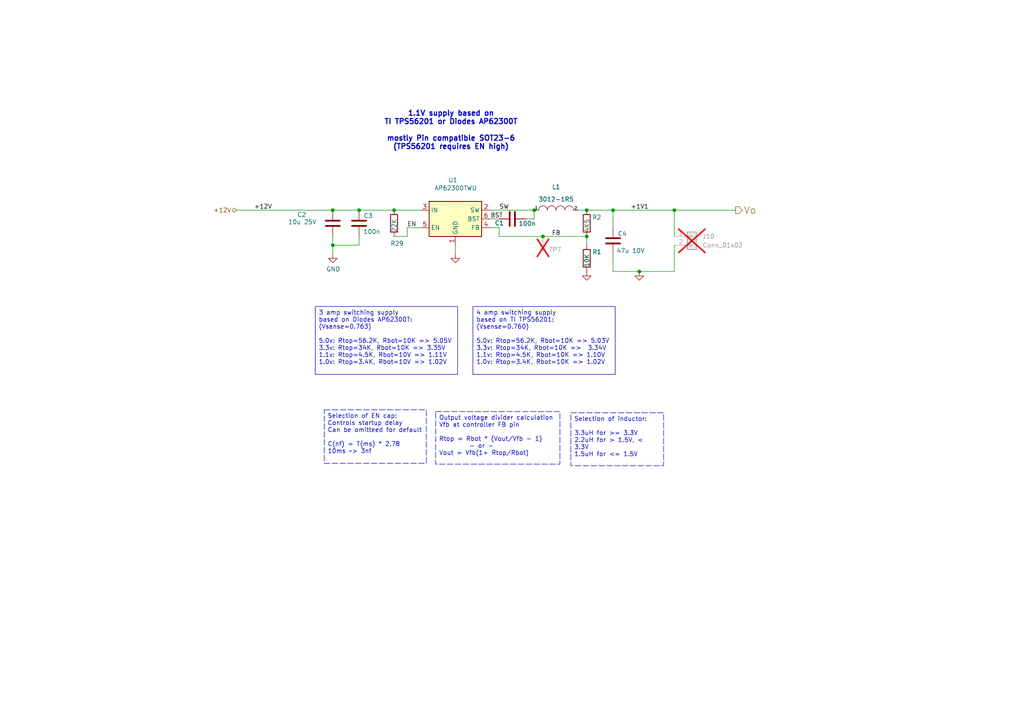
<source format=kicad_sch>
(kicad_sch (version 20231120) (generator "eeschema") (generator_version "8.0")
  (paper "A4")
  (title_block (title "Hexa-Pi") (date "2024-01/02") (rev "1.0") (company "Coxyz") (comment 1 "fjc"))
  (lib_symbols
    (symbol "Connector:TestPoint" (pin_numbers hide) (pin_names (offset 0.762) hide)
      (property "Reference" "TP" (at 0 6.858 0))
      (property "Value" "TestPoint" (at 0 5.08 0))
      (symbol "TestPoint_0_1"
        (circle (center 0 3.302) (radius 0.762))
      )
      (symbol "TestPoint_1_1"
        (pin passive line (at 0 0 90) (length 2.54) (name "1") (number "1"))
      )
    )
    (symbol "Connector_Generic:Conn_01x02" (pin_names (offset 1.016) hide)
      (property "Reference" "J" (at 0 2.54 0))
      (property "Value" "Conn_01x02" (at 0 -5.08 0))
      (symbol "Conn_01x02_1_1"
        (rectangle (start -1.27 -2.413) (end 0 -2.667) (stroke (width 0.1524)))
        (rectangle (start -1.27 0.127) (end 0 -0.127) (stroke (width 0.1524)))
        (rectangle (start -1.27 1.27) (end 1.27 -3.81) (stroke (width 0.254)) (fill (type background)))
        (pin passive line (at -5.08 0 0) (length 3.81) (name "Pin_1") (number "1"))
        (pin passive line (at -5.08 -2.54 0) (length 3.81) (name "Pin_2") (number "2"))
      )
    )
    (symbol "Device:C" (pin_numbers hide) (pin_names (offset 0.254))
      (property "Reference" "C" (at 0.635 2.54 0))
      (property "Value" "C" (at 0.635 -2.54 0))
      (symbol "C_0_1"
        (polyline (pts (xy -2.032 -0.762) (xy 2.032 -0.762)) (stroke (width 0.508)))
        (polyline (pts (xy -2.032 0.762) (xy 2.032 0.762)) (stroke (width 0.508)))
      )
      (symbol "C_1_1"
        (pin passive line (at 0 3.81 270) (length 2.794) (name "~") (number "1"))
        (pin passive line (at 0 -3.81 90) (length 2.794) (name "~") (number "2"))
      )
    )
    (symbol "Device:R" (pin_numbers hide) (pin_names (offset 0))
      (property "Reference" "R" (at 2.032 0 90))
      (property "Value" "R" (at 0 0 90))
      (symbol "R_0_1"
        (rectangle (start -1.016 -2.54) (end 1.016 2.54) (stroke (width 0.254)))
      )
      (symbol "R_1_1"
        (pin passive line (at 0 3.81 270) (length 1.27) (name "~") (number "1"))
        (pin passive line (at 0 -3.81 90) (length 1.27) (name "~") (number "2"))
      )
    )
    (symbol "GND_1" (power) (pin_names (offset 0))
      (property "Value" "GND_1" (at 0 -3.81 0))
      (symbol "GND_1_0_1"
        (polyline (pts (xy 0 0) (xy 0 -1.27) (xy 1.27 -1.27) (xy 0 -2.54) (xy -1.27 -1.27) (xy 0 -1.27)))
      )
      (symbol "GND_1_1_1"
        (pin power_in line (at 0 0 270) (length 0) hide (name "GND") (number "1"))
      )
    )
    (symbol "GND_2" (power) (pin_names (offset 0))
      (property "Value" "GND_2" (at 0 -3.81 0))
      (symbol "GND_2_0_1"
        (polyline (pts (xy 0 0) (xy 0 -1.27) (xy 1.27 -1.27) (xy 0 -2.54) (xy -1.27 -1.27) (xy 0 -1.27)))
      )
      (symbol "GND_2_1_1"
        (pin power_in line (at 0 0 270) (length 0) hide (name "GND") (number "1"))
      )
    )
    (symbol "GND_3" (power) (pin_names (offset 0))
      (property "Value" "GND_3" (at 0 -3.81 0))
      (symbol "GND_3_0_1"
        (polyline (pts (xy 0 0) (xy 0 -1.27) (xy 1.27 -1.27) (xy 0 -2.54) (xy -1.27 -1.27) (xy 0 -1.27)))
      )
      (symbol "GND_3_1_1"
        (pin power_in line (at 0 0 270) (length 0) hide (name "GND") (number "1"))
      )
    )
    (symbol "Regulator_Switching:AP62300TWU"
      (property "Reference" "U" (at -7.62 6.35 0))
      (property "Value" "AP62300TWU" (at 2.54 6.35 0))
      (symbol "AP62300TWU_0_1"
        (rectangle (start -7.62 5.08) (end 7.62 -5.08) (stroke (width 0.254)) (fill (type background)))
      )
      (symbol "AP62300TWU_1_1"
        (pin power_in line (at 0 -7.62 90) (length 2.54) (name "GND") (number "1"))
        (pin output line (at 10.16 2.54 180) (length 2.54) (name "SW") (number "2"))
        (pin power_in line (at -10.16 2.54 0) (length 2.54) (name "IN") (number "3"))
        (pin input line (at 10.16 -2.54 180) (length 2.54) (name "FB") (number "4"))
        (pin input line (at -10.16 -2.54 0) (length 2.54) (name "EN") (number "5"))
        (pin passive line (at 10.16 0 180) (length 2.54) (name "BST") (number "6"))
      )
    )
    (symbol "power:GND" (power) (pin_names (offset 0))
      (property "Value" "GND" (at 0 -3.81 0))
      (symbol "GND_0_1"
        (polyline (pts (xy 0 0) (xy 0 -1.27) (xy 1.27 -1.27) (xy 0 -2.54) (xy -1.27 -1.27) (xy 0 -1.27)))
      )
      (symbol "GND_1_1"
        (pin power_in line (at 0 0 270) (length 0) hide (name "GND") (number "1"))
      )
    )
    (symbol "pspice:INDUCTOR" (pin_numbers hide) (pin_names (offset 0))
      (property "Reference" "L" (at 0 2.54 0))
      (property "Value" "INDUCTOR" (at 0 -1.27 0))
      (symbol "INDUCTOR_0_1"
        (arc (start -2.54 0) (mid -3.81 1.2645) (end -5.08 0))
        (arc (start 0 0) (mid -1.27 1.2645) (end -2.54 0))
        (arc (start 2.54 0) (mid 1.27 1.2645) (end 0 0))
        (arc (start 5.08 0) (mid 3.81 1.2645) (end 2.54 0))
      )
      (symbol "INDUCTOR_1_1"
        (pin input line (at -6.35 0 0) (length 1.27) (name "1") (number "1"))
        (pin input line (at 6.35 0 180) (length 1.27) (name "2") (number "2"))
      )
    )
  )
  (junction (at 96.52 60.96))
  (junction (at 177.8 60.96))
  (junction (at 96.52 71.12))
  (junction (at 157.48 68.58))
  (junction (at 170.18 60.96))
  (junction (at 154.94 60.96))
  (junction (at 185.42 78.74))
  (junction (at 114.3 60.96))
  (junction (at 170.18 68.58))
  (junction (at 195.58 60.96))
  (junction (at 104.14 60.96))
  (wire (pts (xy 118.11 68.58) (xy 114.3 68.58)))
  (wire (pts (xy 118.11 66.04) (xy 121.92 66.04)))
  (wire (pts (xy 132.08 73.66) (xy 132.08 71.12)))
  (wire (pts (xy 68.58 60.96) (xy 96.52 60.96)))
  (wire (pts (xy 154.94 60.96) (xy 142.24 60.96)))
  (wire (pts (xy 144.78 68.58) (xy 157.48 68.58)))
  (wire (pts (xy 167.64 60.96) (xy 170.18 60.96)))
  (wire (pts (xy 157.48 68.58) (xy 170.18 68.58)))
  (wire (pts (xy 152.4 63.5) (xy 154.94 63.5)))
  (wire (pts (xy 104.14 71.12) (xy 96.52 71.12)))
  (wire (pts (xy 118.11 66.04) (xy 118.11 68.58)))
  (wire (pts (xy 144.78 63.5) (xy 142.24 63.5)))
  (wire (pts (xy 185.42 78.74) (xy 177.8 78.74)))
  (wire (pts (xy 104.14 60.96) (xy 96.52 60.96)))
  (wire (pts (xy 170.18 60.96) (xy 177.8 60.96)))
  (wire (pts (xy 195.58 68.58) (xy 195.58 60.96)))
  (wire (pts (xy 154.94 63.5) (xy 154.94 60.96)))
  (wire (pts (xy 177.8 78.74) (xy 177.8 73.66)))
  (wire (pts (xy 177.8 60.96) (xy 195.58 60.96)))
  (wire (pts (xy 177.8 60.96) (xy 177.8 66.04)))
  (wire (pts (xy 96.52 68.58) (xy 96.52 71.12)))
  (wire (pts (xy 114.3 60.96) (xy 121.92 60.96)))
  (wire (pts (xy 142.24 66.04) (xy 144.78 66.04)))
  (wire (pts (xy 195.58 71.12) (xy 195.58 78.74)))
  (wire (pts (xy 96.52 71.12) (xy 96.52 73.66)))
  (wire (pts (xy 195.58 60.96) (xy 213.36 60.96)))
  (wire (pts (xy 170.18 68.58) (xy 170.18 71.12)))
  (wire (pts (xy 185.42 78.74) (xy 195.58 78.74)))
  (wire (pts (xy 104.14 68.58) (xy 104.14 71.12)))
  (wire (pts (xy 144.78 66.04) (xy 144.78 68.58)))
  (wire (pts (xy 104.14 60.96) (xy 114.3 60.96)))
  (text_box "3 amp switching supply\nbased on Diodes AP62300T:\n(Vsense=0.763)\n\n5.0v: Rtop=56.2K, Rbot=10K => 5.05V\n3.3v: Rtop=34K, Rbot=10K => 3.35V\n1.1v: Rtop=4.5K, Rbot=10V => 1.11V\n1.0v: Rtop=3.4K, Rbot=10V => 1.02V" (at 91.44 88.9 0) (size 41.275 19.685) (effects (font (size 1.27 1.27)) (justify left top)))
  (text_box "4 amp switching supply\nbased on TI TPS56201:\n(Vsense=0.760)\n\n5.0v: Rtop=56.2K, Rbot=10K => 5.03V\n3.3v: Rtop=34K, Rbot=10K =>  3.34V\n1.1v: Rtop=4.5K, Rbot=10K => 1.10V\n1.0v: Rtop=3.4K, Rbot=10K => 1.02V" (at 137.16 88.9 0) (size 41.275 19.685) (effects (font (size 1.27 1.27)) (justify left top)))
  (text_box "Output voltage divider calculation\nVfb at controller FB pin\n\nRtop = Rbot * (Vout/Vfb - 1)\n         - or -\nVout = Vfb(1+ Rtop/Rbot)" (at 126.365 119.38 0) (size 36.0374 15.24) (stroke (width 0) (type dash)) (effects (font (size 1.27 1.27)) (justify left top)))
  (text_box "Selection of EN cap:\nControls startup delay\nCan be omitteed for default\n\nC(nf) = T(ms) * 2.78\n10ms ~> 3nf" (at 94.047 118.8563 0) (size 29.6225 15.5166) (stroke (width 0) (type dash)) (effects (font (size 1.27 1.27)) (justify left top)))
  (text_box "Selection of inductor:\n\n3.3uH for >= 3.3V\n2.2uH for > 1.5V, < 3.3V \n1.5uH for <= 1.5V" (at 165.5635 119.7319 0) (size 26.9177 15.3468) (stroke (width 0) (type dash)) (effects (font (size 1.27 1.27)) (justify left top)))
  (text "1.1V supply based on\nTI TPS56201 or Diodes AP62300T\n\nmostly Pin compatible SOT23-6\n(TPS56201 requires EN high)" (at 130.81 37.846 0) (effects (font (size 1.5 1.5) (thickness 0.3) (bold yes))))
  (label "FB" (at 160.02 68.58 0))
  (label "SW" (at 144.78 60.96 0))
  (label "EN" (at 118.11 66.04 0))
  (label "+1V1" (at 182.88 60.96 0))
  (label "+12V" (at 73.66 60.96 0))
  (label "BST" (at 142.24 63.5 0))
  (hierarchical_label "+12V" (shape bidirectional) (at 68.58 60.96 180))
  (hierarchical_label "Vo" (shape output) (at 213.36 60.96 0) (effects (font (size 2.007 2.007))))
  (symbol (lib_id "Device:R") (at 114.3 64.77 0) (unit 1)
    (property "Reference" "R29" (at 113.2161 70.6207 0) (effects (justify left)))
    (property "Value" "22K" (at 114.3467 67.3584 90) (effects (justify left)))
    (property "Footprint" "Resistor_SMD:R_0603_1608Metric" (effects (hide yes)))
    (property "LCSC Part #" "C31850" (effects (hide yes)))
    (property "Part Description" "100mW ±1% 22kΩ 0603 Chip Resistor - Surface Mount" (effects (hide yes)))
  )
  (symbol (lib_id "Device:R") (at 170.18 74.93 0) (unit 1)
    (property "Reference" "R1" (at 171.7815 73.0834 0) (effects (justify left)))
    (property "Value" "10K" (at 170.2267 77.5184 90) (effects (justify left)))
    (property "Footprint" "Resistor_SMD:R_0603_1608Metric" (effects (hide yes)))
    (property "LCSC Part #" "C25804" (effects (hide yes)))
    (property "Part Description" "100mW  ±1% 10kΩ 0603 Chip Resistor - Surface Mount" (effects (hide yes)))
    (instances (project "Ps2" (path "" (reference "R1") (unit 1))) (project "Hexa-Pi_1.1" (path "" (reference "R25") (unit 1))))
  )
  (symbol (lib_id "Device:C") (at 96.52 64.77 0) (unit 1)
    (property "Reference" "C2" (at 86.1668 62.2617 0) (effects (justify left)))
    (property "Value" "10u 25V" (at 83.566 64.389 0) (effects (justify left)))
    (property "Footprint" "Capacitor_SMD:C_0805_2012Metric" (effects (hide yes)))
    (property "Datasheet" "https://media.digikey.com/pdf/Data%20Sheets/Samsung%20PDFs/CL_Series_MLCC_ds.pdf" (effects (hide yes)))
    (property "LCSC Part #" "C440198" (effects (hide yes)))
    (property "Part Description" "25V 10uF X5R ±20% 0805 Multilayer Ceramic Capacitors MLCC" (effects (hide yes)))
    (instances (project "Ps2" (path "" (reference "C2") (unit 1))) (project "Hexa-Pi_1.1" (path "" (reference "C14") (unit 1))))
  )
  (symbol (lib_id "Device:R") (at 170.18 64.77 0) (unit 1)
    (property "Reference" "R2" (at 171.7348 63.0238 0) (effects (justify left)))
    (property "Value" "4K5" (at 170.2267 67.3584 90) (effects (justify left)))
    (property "Footprint" "Resistor_SMD:R_0603_1608Metric" (effects (hide yes)))
    (property "LCSC Part #" "C364182" (effects (hide yes)))
    (property "Part Description" "100mW ±1% 4.5kΩ 0603 Chip Resistor - Surface Mount" (effects (hide yes)))
    (instances (project "Ps2" (path "" (reference "R2") (unit 1))) (project "Hexa-Pi_1.1" (path "" (reference "R26") (unit 1))))
  )
  (symbol (lib_name "GND_1") (lib_id "power:GND") (at 170.18 78.74 0) (unit 1)
    (property "Reference" "#PWR02" (effects (hide yes)))
    (property "Value" "GND" (effects (hide yes)))
    (instances (project "Ps2" (path "" (reference "#PWR02") (unit 1))) (project "Hexa-Pi_1.1" (path "" (reference "#PWR0153") (unit 1))))
  )
  (symbol (lib_id "Regulator_Switching:AP62300TWU") (at 132.08 63.5 0) (unit 1)
    (property "Reference" "U1" (at 131.3679 52.2166 0))
    (property "Value" "AP62300TWU" (at 132.173 54.5425 0))
    (property "Footprint" "CM4IO:TSOT-23-6w" (effects (hide yes)))
    (property "Datasheet" "https://www.diodes.com/assets/Datasheets/AP62300_AP62301_AP62300T.pdf" (effects (hide yes)))
    (property "LCSC Part #" "C1883519" (effects (hide yes)))
    (property "Manuf Partno" "AP62300TWU-7" (effects (hide yes)))
    (property "Part Description" "Step-down Adj 0.8V~7V 4.2V~18V 3A TSOT-26 DC-DC" (effects (hide yes)))
    (instances (project "Ps2" (path "" (reference "U1") (unit 1))) (project "Hexa-Pi_1.1" (path "" (reference "U13") (unit 1))))
  )
  (symbol (lib_id "Device:C") (at 177.8 69.85 0) (mirror y) (unit 1)
    (property "Reference" "C4" (at 181.8544 67.7881 0) (effects (justify left)))
    (property "Value" "47u 10V" (at 187.0302 72.7103 0) (effects (justify left)))
    (property "Footprint" "Capacitor_SMD:C_1206_3216Metric" (effects (hide yes)))
    (property "Datasheet" "http://www.samsungsem.com/kr/support/product-search/mlcc/CL21B106KPQNNNE.jsp" (effects (hide yes)))
    (property "LCSC Part #" "C96123" (effects (hide yes)))
    (property "Part Description" "10V 47uF X5R ±20% 1206 Multilayer Ceramic Capacitors MLCC" (effects (hide yes)))
    (instances (project "Ps2" (path "" (reference "C4") (unit 1))) (project "Hexa-Pi_1.1" (path "" (reference "C17") (unit 1))))
  )
  (symbol (lib_id "Connector_Generic:Conn_01x02") (at 200.66 68.58 0) (unit 1) (dnp yes)
    (property "Reference" "J10" (at 203.708 68.58 0) (effects (justify left)))
    (property "Value" "Conn_01x02" (at 203.708 71.12 0) (effects (justify left)))
    (property "Footprint" "Connector_PinHeader_2.00mm:PinHeader_1x02_P2.00mm_Vertical" (effects (hide yes)))
    (property "Special" "TH,DNP" (effects (hide yes)))
    (property "LCSC Part #" "DNP" (effects (hide yes)))
    (property "Part Description" "Power Test Points" (effects (hide yes)))
  )
  (symbol (lib_id "pspice:INDUCTOR") (at 161.29 60.96 0) (unit 1)
    (property "Reference" "L1" (at 161.29 54.229 0))
    (property "Value" "3012-1R5" (at 161.29 57.8104 0))
    (property "Footprint" "Inductor_SMD:L_Wuerth_MAPI-3012" (effects (hide yes)))
    (property "Part Description" "1.5uH ±20% 2.2A SMD,3x3x1.2mm Power Inductors" (effects (hide yes)))
    (property "LCSC Part #" "C5127315" (effects (hide yes)))
    (property "Manuf Partno" "SNR3015-1R5MT" (effects (hide yes)))
    (instances (project "Ps2" (path "" (reference "L1") (unit 1))) (project "Hexa-Pi_1.1" (path "" (reference "L4") (unit 1))))
  )
  (symbol (lib_id "Device:C") (at 148.59 63.5 270) (mirror x) (unit 1)
    (property "Reference" "C1" (at 143.4804 64.6899 90) (effects (justify left)))
    (property "Value" "100n" (at 150.4098 64.8299 90) (effects (justify left)))
    (property "Footprint" "Capacitor_SMD:C_0603_1608Metric" (effects (hide yes)))
    (property "Datasheet" "https://search.murata.co.jp/Ceramy/image/img/A01X/G101/ENG/GRM21BR71A106KA73-01.pdf" (effects (hide yes)))
    (property "LCSC Part #" "C14663" (effects (hide yes)))
    (property "Part Description" "50V 100nF X7R ±10% 0603 Multilayer Ceramic Capacitors MLCC" (effects (hide yes)))
    (instances (project "Ps2" (path "" (reference "C1") (unit 1))) (project "Hexa-Pi_1.1" (path "" (reference "C19") (unit 1))))
  )
  (symbol (lib_id "Connector:TestPoint") (at 157.48 68.58 180) (unit 1) (dnp yes)
    (property "Reference" "TP7" (at 161.036 72.39 0))
    (property "Value" "FB1" (effects (hide yes)))
    (property "Footprint" "TestPoint:TestPoint_Pad_D1.5mm" (effects (hide yes)))
    (property "LCSC Part #" "DNP" (effects (hide yes)))
    (property "Part Description" "testpoint" (effects (hide yes)))
    (property "Special" "DNP" (effects (hide yes)))
    (instances (project "Ps2" (path "" (reference "TP7") (unit 1))) (project "Hexa-Pi_1.1" (path "" (reference "TP25") (unit 1))))
  )
  (symbol (lib_id "power:GND") (at 96.52 73.66 0) (unit 1)
    (property "Reference" "#PWR09" (effects (hide yes)))
    (property "Value" "GND" (at 96.647 78.0542 0))
    (instances (project "Ps2" (path "" (reference "#PWR09") (unit 1))) (project "Hexa-Pi_1.1" (path "" (reference "#PWR060") (unit 1))))
  )
  (symbol (lib_id "Device:C") (at 104.14 64.77 0) (unit 1)
    (property "Reference" "C3" (at 105.4401 62.5645 0) (effects (justify left)))
    (property "Value" "100n" (at 105.3466 67.1931 0) (effects (justify left)))
    (property "Footprint" "Capacitor_SMD:C_0402_1005Metric" (effects (hide yes)))
    (property "Datasheet" "https://search.murata.co.jp/Ceramy/image/img/A01X/G101/ENG/GRM21BR71A106KA73-01.pdf" (effects (hide yes)))
    (property "LCSC Part #" "C1525" (effects (hide yes)))
    (property "Part Description" "50V 100nF X7R ±10% 0402 Multilayer Ceramic Capacitors MLCC" (effects (hide yes)))
    (instances (project "Ps2" (path "" (reference "C3") (unit 1))) (project "Hexa-Pi_1.1" (path "" (reference "C15") (unit 1))))
  )
  (symbol (lib_name "GND_2") (lib_id "power:GND") (at 185.42 78.74 0) (unit 1)
    (property "Reference" "#PWR02" (effects (hide yes)))
    (property "Value" "GND" (effects (hide yes)))
    (instances (project "Ps2" (path "" (reference "#PWR02") (unit 1))) (project "Hexa-Pi_1.1" (path "" (reference "#PWR0154") (unit 1))))
  )
  (symbol (lib_name "GND_3") (lib_id "power:GND") (at 132.08 73.66 0) (unit 1)
    (property "Reference" "#PWR01" (effects (hide yes)))
    (property "Value" "GND" (effects (hide yes)))
    (instances (project "Ps2" (path "" (reference "#PWR01") (unit 1))) (project "Hexa-Pi_1.1" (path "" (reference "#PWR0152") (unit 1))))
  )
)
</source>
